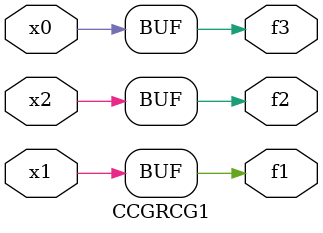
<source format=v>
module CCGRCG1(
	input x0, x1, x2,
	output f1, f2, f3
);
	assign f1 = x1;
	assign f2 = x2;
	assign f3 = x0;
endmodule

</source>
